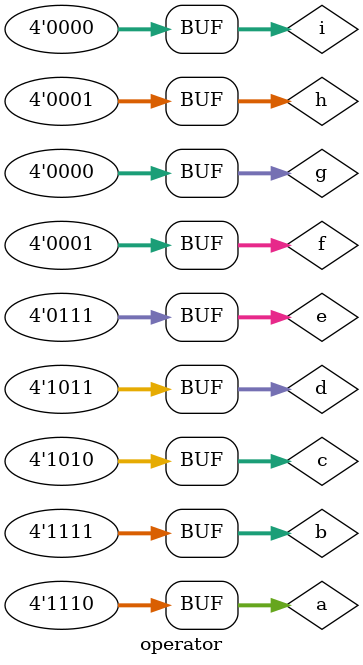
<source format=sv>

module operator();
  reg [3:0] a,b,c,d,e,f,g,h,i;
  
  
  initial 
    
    begin 
  
      a=4'b1110;
      
      b=4'b1111;
      
      c=4'b1010;
      
      d=4'b1011;
      
      e=4'b0111;
      
      f=  a > c;
   
      g = d < e;   
      
      h=  b >= a;
      
      i = b <= a; 
      $monitor("a=%b,b=%b,c=%b,d=%b,e=%b,f=%b,g=%d,h=%d,i=%d",a,b,c,d,e,f,g,h,i);
    
    end 
       
  initial 
    begin 
      
      $dumpfile("dump.vcd");
      $dumpvars();
      
    end 
  
endmodule


</source>
